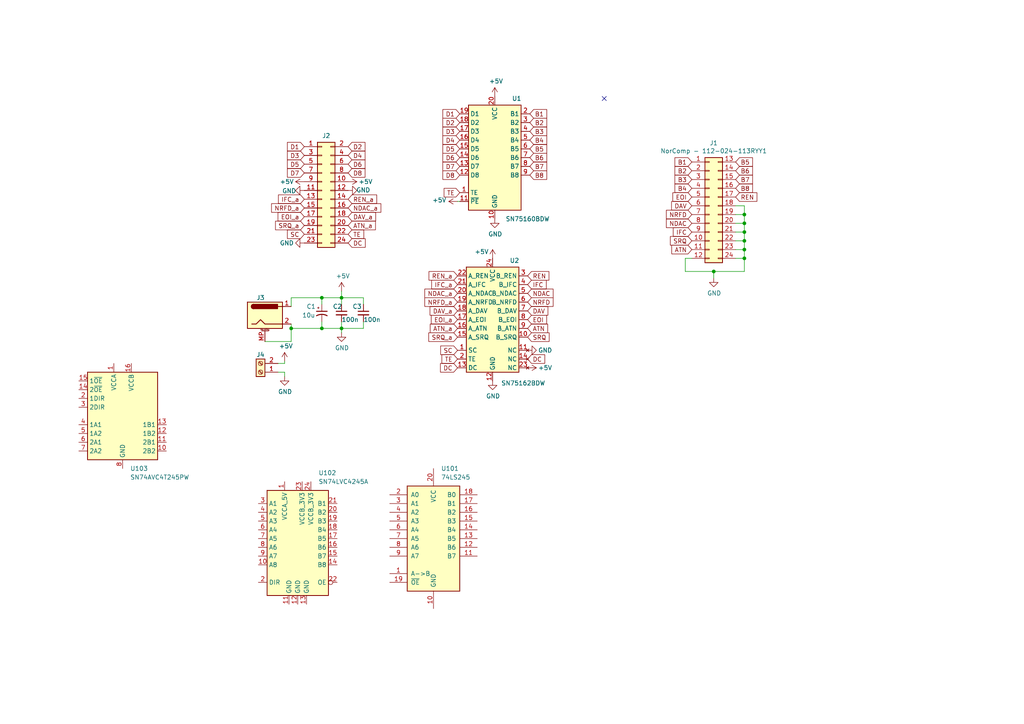
<source format=kicad_sch>
(kicad_sch (version 20230121) (generator eeschema)
  (paper "A4")
  (lib_symbols
    (symbol "Connector:Barrel_Jack_MountingPin" (pin_names hide)
      (property "Reference" "J" (at 0 5.334 0))
      (property "Value" "Barrel_Jack_MountingPin" (at 1.27 -6.35 0))
      (symbol "Barrel_Jack_MountingPin_0_1"
        (rectangle (start -5.08 3.81) (end 5.08 -3.81) (stroke (width 0.254)) (fill (type background)))
        (arc (start -3.302 3.175) (mid -3.9343 2.54) (end -3.302 1.905) (stroke (width 0.254)))
        (arc (start -3.302 3.175) (mid -3.9343 2.54) (end -3.302 1.905) (stroke (width 0.254)) (fill (type outline)))
        (polyline (pts (xy 5.08 2.54) (xy 3.81 2.54)) (stroke (width 0.254)))
        (polyline (pts (xy -3.81 -2.54) (xy -2.54 -2.54) (xy -1.27 -1.27) (xy 0 -2.54) (xy 2.54 -2.54) (xy 5.08 -2.54)) (stroke (width 0.254)))
        (rectangle (start 3.683 3.175) (end -3.302 1.905) (stroke (width 0.254)) (fill (type outline)))
      )
      (symbol "Barrel_Jack_MountingPin_1_1"
        (polyline (pts (xy -1.016 -4.572) (xy 1.016 -4.572)) (stroke (width 0.1524)))
        (text "Mounting" (at 0 -4.191 0) (effects (font (size 0.381 0.381))))
        (pin passive line (at 7.62 2.54 180) (length 2.54) (name "~") (number "1"))
        (pin passive line (at 7.62 -2.54 180) (length 2.54) (name "~") (number "2"))
        (pin passive line (at 0 -7.62 90) (length 3.048) (name "MountPin") (number "MP"))
      )
    )
    (symbol "Connector:Screw_Terminal_01x02" (pin_names (offset 1.016) hide)
      (property "Reference" "J" (at 0 2.54 0))
      (property "Value" "Screw_Terminal_01x02" (at 0 -5.08 0))
      (symbol "Screw_Terminal_01x02_1_1"
        (rectangle (start -1.27 1.27) (end 1.27 -3.81) (stroke (width 0.254)) (fill (type background)))
        (circle (center 0 -2.54) (radius 0.635) (stroke (width 0.1524)))
        (polyline (pts (xy -0.5334 -2.2098) (xy 0.3302 -3.048)) (stroke (width 0.1524)))
        (polyline (pts (xy -0.5334 0.3302) (xy 0.3302 -0.508)) (stroke (width 0.1524)))
        (polyline (pts (xy -0.3556 -2.032) (xy 0.508 -2.8702)) (stroke (width 0.1524)))
        (polyline (pts (xy -0.3556 0.508) (xy 0.508 -0.3302)) (stroke (width 0.1524)))
        (circle (center 0 0) (radius 0.635) (stroke (width 0.1524)))
        (pin passive line (at -5.08 0 0) (length 3.81) (name "Pin_1") (number "1"))
        (pin passive line (at -5.08 -2.54 0) (length 3.81) (name "Pin_2") (number "2"))
      )
    )
    (symbol "Connector_Generic:Conn_02x12_Odd_Even" (pin_names (offset 1.016) hide)
      (property "Reference" "J" (at 1.27 15.24 0))
      (property "Value" "Conn_02x12_Odd_Even" (at 1.27 -17.78 0))
      (symbol "Conn_02x12_Odd_Even_1_1"
        (rectangle (start -1.27 -15.113) (end 0 -15.367) (stroke (width 0.1524)))
        (rectangle (start -1.27 -12.573) (end 0 -12.827) (stroke (width 0.1524)))
        (rectangle (start -1.27 -10.033) (end 0 -10.287) (stroke (width 0.1524)))
        (rectangle (start -1.27 -7.493) (end 0 -7.747) (stroke (width 0.1524)))
        (rectangle (start -1.27 -4.953) (end 0 -5.207) (stroke (width 0.1524)))
        (rectangle (start -1.27 -2.413) (end 0 -2.667) (stroke (width 0.1524)))
        (rectangle (start -1.27 0.127) (end 0 -0.127) (stroke (width 0.1524)))
        (rectangle (start -1.27 2.667) (end 0 2.413) (stroke (width 0.1524)))
        (rectangle (start -1.27 5.207) (end 0 4.953) (stroke (width 0.1524)))
        (rectangle (start -1.27 7.747) (end 0 7.493) (stroke (width 0.1524)))
        (rectangle (start -1.27 10.287) (end 0 10.033) (stroke (width 0.1524)))
        (rectangle (start -1.27 12.827) (end 0 12.573) (stroke (width 0.1524)))
        (rectangle (start -1.27 13.97) (end 3.81 -16.51) (stroke (width 0.254)) (fill (type background)))
        (rectangle (start 3.81 -15.113) (end 2.54 -15.367) (stroke (width 0.1524)))
        (rectangle (start 3.81 -12.573) (end 2.54 -12.827) (stroke (width 0.1524)))
        (rectangle (start 3.81 -10.033) (end 2.54 -10.287) (stroke (width 0.1524)))
        (rectangle (start 3.81 -7.493) (end 2.54 -7.747) (stroke (width 0.1524)))
        (rectangle (start 3.81 -4.953) (end 2.54 -5.207) (stroke (width 0.1524)))
        (rectangle (start 3.81 -2.413) (end 2.54 -2.667) (stroke (width 0.1524)))
        (rectangle (start 3.81 0.127) (end 2.54 -0.127) (stroke (width 0.1524)))
        (rectangle (start 3.81 2.667) (end 2.54 2.413) (stroke (width 0.1524)))
        (rectangle (start 3.81 5.207) (end 2.54 4.953) (stroke (width 0.1524)))
        (rectangle (start 3.81 7.747) (end 2.54 7.493) (stroke (width 0.1524)))
        (rectangle (start 3.81 10.287) (end 2.54 10.033) (stroke (width 0.1524)))
        (rectangle (start 3.81 12.827) (end 2.54 12.573) (stroke (width 0.1524)))
        (pin passive line (at -5.08 12.7 0) (length 3.81) (name "Pin_1") (number "1"))
        (pin passive line (at 7.62 2.54 180) (length 3.81) (name "Pin_10") (number "10"))
        (pin passive line (at -5.08 0 0) (length 3.81) (name "Pin_11") (number "11"))
        (pin passive line (at 7.62 0 180) (length 3.81) (name "Pin_12") (number "12"))
        (pin passive line (at -5.08 -2.54 0) (length 3.81) (name "Pin_13") (number "13"))
        (pin passive line (at 7.62 -2.54 180) (length 3.81) (name "Pin_14") (number "14"))
        (pin passive line (at -5.08 -5.08 0) (length 3.81) (name "Pin_15") (number "15"))
        (pin passive line (at 7.62 -5.08 180) (length 3.81) (name "Pin_16") (number "16"))
        (pin passive line (at -5.08 -7.62 0) (length 3.81) (name "Pin_17") (number "17"))
        (pin passive line (at 7.62 -7.62 180) (length 3.81) (name "Pin_18") (number "18"))
        (pin passive line (at -5.08 -10.16 0) (length 3.81) (name "Pin_19") (number "19"))
        (pin passive line (at 7.62 12.7 180) (length 3.81) (name "Pin_2") (number "2"))
        (pin passive line (at 7.62 -10.16 180) (length 3.81) (name "Pin_20") (number "20"))
        (pin passive line (at -5.08 -12.7 0) (length 3.81) (name "Pin_21") (number "21"))
        (pin passive line (at 7.62 -12.7 180) (length 3.81) (name "Pin_22") (number "22"))
        (pin passive line (at -5.08 -15.24 0) (length 3.81) (name "Pin_23") (number "23"))
        (pin passive line (at 7.62 -15.24 180) (length 3.81) (name "Pin_24") (number "24"))
        (pin passive line (at -5.08 10.16 0) (length 3.81) (name "Pin_3") (number "3"))
        (pin passive line (at 7.62 10.16 180) (length 3.81) (name "Pin_4") (number "4"))
        (pin passive line (at -5.08 7.62 0) (length 3.81) (name "Pin_5") (number "5"))
        (pin passive line (at 7.62 7.62 180) (length 3.81) (name "Pin_6") (number "6"))
        (pin passive line (at -5.08 5.08 0) (length 3.81) (name "Pin_7") (number "7"))
        (pin passive line (at 7.62 5.08 180) (length 3.81) (name "Pin_8") (number "8"))
        (pin passive line (at -5.08 2.54 0) (length 3.81) (name "Pin_9") (number "9"))
      )
    )
    (symbol "Connector_Generic:Conn_02x12_Top_Bottom" (pin_names (offset 1.016) hide)
      (property "Reference" "J" (at 1.27 15.24 0))
      (property "Value" "Conn_02x12_Top_Bottom" (at 1.27 -17.78 0))
      (symbol "Conn_02x12_Top_Bottom_1_1"
        (rectangle (start -1.27 -15.113) (end 0 -15.367) (stroke (width 0.1524)))
        (rectangle (start -1.27 -12.573) (end 0 -12.827) (stroke (width 0.1524)))
        (rectangle (start -1.27 -10.033) (end 0 -10.287) (stroke (width 0.1524)))
        (rectangle (start -1.27 -7.493) (end 0 -7.747) (stroke (width 0.1524)))
        (rectangle (start -1.27 -4.953) (end 0 -5.207) (stroke (width 0.1524)))
        (rectangle (start -1.27 -2.413) (end 0 -2.667) (stroke (width 0.1524)))
        (rectangle (start -1.27 0.127) (end 0 -0.127) (stroke (width 0.1524)))
        (rectangle (start -1.27 2.667) (end 0 2.413) (stroke (width 0.1524)))
        (rectangle (start -1.27 5.207) (end 0 4.953) (stroke (width 0.1524)))
        (rectangle (start -1.27 7.747) (end 0 7.493) (stroke (width 0.1524)))
        (rectangle (start -1.27 10.287) (end 0 10.033) (stroke (width 0.1524)))
        (rectangle (start -1.27 12.827) (end 0 12.573) (stroke (width 0.1524)))
        (rectangle (start -1.27 13.97) (end 3.81 -16.51) (stroke (width 0.254)) (fill (type background)))
        (rectangle (start 3.81 -15.113) (end 2.54 -15.367) (stroke (width 0.1524)))
        (rectangle (start 3.81 -12.573) (end 2.54 -12.827) (stroke (width 0.1524)))
        (rectangle (start 3.81 -10.033) (end 2.54 -10.287) (stroke (width 0.1524)))
        (rectangle (start 3.81 -7.493) (end 2.54 -7.747) (stroke (width 0.1524)))
        (rectangle (start 3.81 -4.953) (end 2.54 -5.207) (stroke (width 0.1524)))
        (rectangle (start 3.81 -2.413) (end 2.54 -2.667) (stroke (width 0.1524)))
        (rectangle (start 3.81 0.127) (end 2.54 -0.127) (stroke (width 0.1524)))
        (rectangle (start 3.81 2.667) (end 2.54 2.413) (stroke (width 0.1524)))
        (rectangle (start 3.81 5.207) (end 2.54 4.953) (stroke (width 0.1524)))
        (rectangle (start 3.81 7.747) (end 2.54 7.493) (stroke (width 0.1524)))
        (rectangle (start 3.81 10.287) (end 2.54 10.033) (stroke (width 0.1524)))
        (rectangle (start 3.81 12.827) (end 2.54 12.573) (stroke (width 0.1524)))
        (pin passive line (at -5.08 12.7 0) (length 3.81) (name "Pin_1") (number "1"))
        (pin passive line (at -5.08 -10.16 0) (length 3.81) (name "Pin_10") (number "10"))
        (pin passive line (at -5.08 -12.7 0) (length 3.81) (name "Pin_11") (number "11"))
        (pin passive line (at -5.08 -15.24 0) (length 3.81) (name "Pin_12") (number "12"))
        (pin passive line (at 7.62 12.7 180) (length 3.81) (name "Pin_13") (number "13"))
        (pin passive line (at 7.62 10.16 180) (length 3.81) (name "Pin_14") (number "14"))
        (pin passive line (at 7.62 7.62 180) (length 3.81) (name "Pin_15") (number "15"))
        (pin passive line (at 7.62 5.08 180) (length 3.81) (name "Pin_16") (number "16"))
        (pin passive line (at 7.62 2.54 180) (length 3.81) (name "Pin_17") (number "17"))
        (pin passive line (at 7.62 0 180) (length 3.81) (name "Pin_18") (number "18"))
        (pin passive line (at 7.62 -2.54 180) (length 3.81) (name "Pin_19") (number "19"))
        (pin passive line (at -5.08 10.16 0) (length 3.81) (name "Pin_2") (number "2"))
        (pin passive line (at 7.62 -5.08 180) (length 3.81) (name "Pin_20") (number "20"))
        (pin passive line (at 7.62 -7.62 180) (length 3.81) (name "Pin_21") (number "21"))
        (pin passive line (at 7.62 -10.16 180) (length 3.81) (name "Pin_22") (number "22"))
        (pin passive line (at 7.62 -12.7 180) (length 3.81) (name "Pin_23") (number "23"))
        (pin passive line (at 7.62 -15.24 180) (length 3.81) (name "Pin_24") (number "24"))
        (pin passive line (at -5.08 7.62 0) (length 3.81) (name "Pin_3") (number "3"))
        (pin passive line (at -5.08 5.08 0) (length 3.81) (name "Pin_4") (number "4"))
        (pin passive line (at -5.08 2.54 0) (length 3.81) (name "Pin_5") (number "5"))
        (pin passive line (at -5.08 0 0) (length 3.81) (name "Pin_6") (number "6"))
        (pin passive line (at -5.08 -2.54 0) (length 3.81) (name "Pin_7") (number "7"))
        (pin passive line (at -5.08 -5.08 0) (length 3.81) (name "Pin_8") (number "8"))
        (pin passive line (at -5.08 -7.62 0) (length 3.81) (name "Pin_9") (number "9"))
      )
    )
    (symbol "Device:CP1_Small" (pin_numbers hide) (pin_names (offset 0.254) hide)
      (property "Reference" "C" (at 0.254 1.778 0))
      (property "Value" "Device_CP1_Small" (at 0.254 -2.032 0))
      (symbol "CP1_Small_0_1"
        (polyline (pts (xy -1.524 0.508) (xy 1.524 0.508)) (stroke (width 0.3048)))
        (polyline (pts (xy -1.27 1.524) (xy -0.762 1.524)))
        (polyline (pts (xy -1.016 1.27) (xy -1.016 1.778)))
        (arc (start 1.524 -0.762) (mid 0 -0.3734) (end -1.524 -0.762) (stroke (width 0.3048)))
      )
      (symbol "CP1_Small_1_1"
        (pin passive line (at 0 2.54 270) (length 2.032) (name "~") (number "1"))
        (pin passive line (at 0 -2.54 90) (length 2.032) (name "~") (number "2"))
      )
    )
    (symbol "Device:C_Small" (pin_numbers hide) (pin_names (offset 0.254) hide)
      (property "Reference" "C" (at 0.254 1.778 0))
      (property "Value" "C_Small" (at 0.254 -2.032 0))
      (symbol "C_Small_0_1"
        (polyline (pts (xy -1.524 -0.508) (xy 1.524 -0.508)) (stroke (width 0.3302)))
        (polyline (pts (xy -1.524 0.508) (xy 1.524 0.508)) (stroke (width 0.3048)))
      )
      (symbol "C_Small_1_1"
        (pin passive line (at 0 2.54 270) (length 2.032) (name "~") (number "1"))
        (pin passive line (at 0 -2.54 90) (length 2.032) (name "~") (number "2"))
      )
    )
    (symbol "Interface:SN75160BDW"
      (property "Reference" "U" (at -3.81 19.05 0))
      (property "Value" "SN75160BDW" (at -8.89 16.51 0))
      (symbol "SN75160BDW_0_1"
        (rectangle (start -7.62 15.24) (end 7.62 -15.24) (stroke (width 0.254)) (fill (type background)))
      )
      (symbol "SN75160BDW_1_1"
        (pin input line (at -10.16 -10.16 0) (length 2.54) (name "TE") (number "1"))
        (pin power_in line (at 0 -17.78 90) (length 2.54) (name "GND") (number "10"))
        (pin input line (at -10.16 -12.7 0) (length 2.54) (name "~{PE}") (number "11"))
        (pin bidirectional line (at -10.16 -5.08 0) (length 2.54) (name "D8") (number "12"))
        (pin bidirectional line (at -10.16 -2.54 0) (length 2.54) (name "D7") (number "13"))
        (pin bidirectional line (at -10.16 0 0) (length 2.54) (name "D6") (number "14"))
        (pin bidirectional line (at -10.16 2.54 0) (length 2.54) (name "D5") (number "15"))
        (pin bidirectional line (at -10.16 5.08 0) (length 2.54) (name "D4") (number "16"))
        (pin bidirectional line (at -10.16 7.62 0) (length 2.54) (name "D3") (number "17"))
        (pin bidirectional line (at -10.16 10.16 0) (length 2.54) (name "D2") (number "18"))
        (pin bidirectional line (at -10.16 12.7 0) (length 2.54) (name "D1") (number "19"))
        (pin bidirectional line (at 10.16 12.7 180) (length 2.54) (name "B1") (number "2"))
        (pin power_in line (at 0 17.78 270) (length 2.54) (name "VCC") (number "20"))
        (pin bidirectional line (at 10.16 10.16 180) (length 2.54) (name "B2") (number "3"))
        (pin bidirectional line (at 10.16 7.62 180) (length 2.54) (name "B3") (number "4"))
        (pin bidirectional line (at 10.16 5.08 180) (length 2.54) (name "B4") (number "5"))
        (pin bidirectional line (at 10.16 2.54 180) (length 2.54) (name "B5") (number "6"))
        (pin bidirectional line (at 10.16 0 180) (length 2.54) (name "B6") (number "7"))
        (pin bidirectional line (at 10.16 -2.54 180) (length 2.54) (name "B7") (number "8"))
        (pin bidirectional line (at 10.16 -5.08 180) (length 2.54) (name "B8") (number "9"))
      )
    )
    (symbol "Logic_LevelTranslator:SN74AVC4T245PW"
      (property "Reference" "U" (at -8.89 13.97 0))
      (property "Value" "SN74AVC4T245PW" (at 12.7 13.97 0))
      (symbol "SN74AVC4T245PW_0_1"
        (rectangle (start -10.16 12.7) (end 10.16 -12.7) (stroke (width 0.254)) (fill (type background)))
      )
      (symbol "SN74AVC4T245PW_1_1"
        (pin power_in line (at -2.54 15.24 270) (length 2.54) (name "VCCA") (number "1"))
        (pin bidirectional line (at 12.7 -10.16 180) (length 2.54) (name "2B2") (number "10"))
        (pin bidirectional line (at 12.7 -7.62 180) (length 2.54) (name "2B1") (number "11"))
        (pin bidirectional line (at 12.7 -5.08 180) (length 2.54) (name "1B2") (number "12"))
        (pin bidirectional line (at 12.7 -2.54 180) (length 2.54) (name "1B1") (number "13"))
        (pin input line (at -12.7 7.62 0) (length 2.54) (name "2~{OE}") (number "14"))
        (pin input line (at -12.7 10.16 0) (length 2.54) (name "1~{OE}") (number "15"))
        (pin power_in line (at 2.54 15.24 270) (length 2.54) (name "VCCB") (number "16"))
        (pin input line (at -12.7 5.08 0) (length 2.54) (name "1DIR") (number "2"))
        (pin input line (at -12.7 2.54 0) (length 2.54) (name "2DIR") (number "3"))
        (pin bidirectional line (at -12.7 -2.54 0) (length 2.54) (name "1A1") (number "4"))
        (pin bidirectional line (at -12.7 -5.08 0) (length 2.54) (name "1A2") (number "5"))
        (pin bidirectional line (at -12.7 -7.62 0) (length 2.54) (name "2A1") (number "6"))
        (pin bidirectional line (at -12.7 -10.16 0) (length 2.54) (name "2A2") (number "7"))
        (pin power_in line (at 0 -15.24 90) (length 2.54) (name "GND") (number "8"))
        (pin passive line (at 0 -15.24 90) (length 2.54) hide (name "GND") (number "9"))
      )
    )
    (symbol "Logic_LevelTranslator_custom:SN74LVC245A" (pin_names (offset 1.016))
      (property "Reference" "U" (at -7.62 16.51 0))
      (property "Value" "74LS245" (at -7.62 -16.51 0))
      (symbol "SN74LVC245A_1_0"
        (pin input line (at -12.7 -10.16 0) (length 5.08) (name "A->B") (number "1"))
        (pin power_in line (at 0 -20.32 90) (length 5.08) (name "GND") (number "10"))
        (pin tri_state line (at 12.7 -5.08 180) (length 5.08) (name "B7") (number "11"))
        (pin tri_state line (at 12.7 -2.54 180) (length 5.08) (name "B6") (number "12"))
        (pin tri_state line (at 12.7 0 180) (length 5.08) (name "B5") (number "13"))
        (pin tri_state line (at 12.7 2.54 180) (length 5.08) (name "B4") (number "14"))
        (pin tri_state line (at 12.7 5.08 180) (length 5.08) (name "B3") (number "15"))
        (pin tri_state line (at 12.7 7.62 180) (length 5.08) (name "B2") (number "16"))
        (pin tri_state line (at 12.7 10.16 180) (length 5.08) (name "B1") (number "17"))
        (pin tri_state line (at 12.7 12.7 180) (length 5.08) (name "B0") (number "18"))
        (pin input line (at -12.7 -12.7 0) (length 5.08) (name "~{OE}") (number "19"))
        (pin tri_state line (at -12.7 12.7 0) (length 5.08) (name "A0") (number "2"))
        (pin power_in line (at 0 20.32 270) (length 5.08) (name "VCC") (number "20"))
        (pin tri_state line (at -12.7 10.16 0) (length 5.08) (name "A1") (number "3"))
        (pin tri_state line (at -12.7 7.62 0) (length 5.08) (name "A2") (number "4"))
        (pin tri_state line (at -12.7 5.08 0) (length 5.08) (name "A3") (number "5"))
        (pin tri_state line (at -12.7 2.54 0) (length 5.08) (name "A4") (number "6"))
        (pin tri_state line (at -12.7 0 0) (length 5.08) (name "A5") (number "7"))
        (pin tri_state line (at -12.7 -2.54 0) (length 5.08) (name "A6") (number "8"))
        (pin tri_state line (at -12.7 -5.08 0) (length 5.08) (name "A7") (number "9"))
      )
      (symbol "SN74LVC245A_1_1"
        (rectangle (start -7.62 15.24) (end 7.62 -15.24) (stroke (width 0.254)) (fill (type background)))
      )
    )
    (symbol "Logic_LevelTranslator_custom:SN74LVC4245A"
      (property "Reference" "U" (at -8.89 17.78 0))
      (property "Value" "SN74LVC4245A" (at 6.35 17.78 0))
      (symbol "SN74LVC4245A_0_1"
        (rectangle (start -8.89 15.24) (end 8.89 -15.24) (stroke (width 0.254)) (fill (type background)))
      )
      (symbol "SN74LVC4245A_1_1"
        (pin power_in line (at -3.81 17.78 270) (length 2.54) (name "VCCA_5V") (number "1"))
        (pin bidirectional line (at -11.43 -6.35 0) (length 2.54) (name "A8") (number "10"))
        (pin power_in line (at -2.54 -17.78 90) (length 2.54) (name "GND") (number "11"))
        (pin power_in line (at 0 -17.78 90) (length 2.54) (name "GND") (number "12"))
        (pin power_in line (at 2.54 -17.78 90) (length 2.54) (name "GND") (number "13"))
        (pin bidirectional line (at 11.43 -6.35 180) (length 2.54) (name "B8") (number "14"))
        (pin bidirectional line (at 11.43 -3.81 180) (length 2.54) (name "B7") (number "15"))
        (pin bidirectional line (at 11.43 -1.27 180) (length 2.54) (name "B6") (number "16"))
        (pin bidirectional line (at 11.43 1.27 180) (length 2.54) (name "B5") (number "17"))
        (pin bidirectional line (at 11.43 3.81 180) (length 2.54) (name "B4") (number "18"))
        (pin bidirectional line (at 11.43 6.35 180) (length 2.54) (name "B3") (number "19"))
        (pin input line (at -11.43 -11.43 0) (length 2.54) (name "DIR") (number "2"))
        (pin bidirectional line (at 11.43 8.89 180) (length 2.54) (name "B2") (number "20"))
        (pin bidirectional line (at 11.43 11.43 180) (length 2.54) (name "B1") (number "21"))
        (pin input inverted (at 11.43 -11.43 180) (length 2.54) (name "OE") (number "22"))
        (pin power_in line (at 1.27 17.78 270) (length 2.54) (name "VCCB_3V3") (number "23"))
        (pin power_in line (at 3.81 17.78 270) (length 2.54) (name "VCCB_3V3") (number "24"))
        (pin bidirectional line (at -11.43 11.43 0) (length 2.54) (name "A1") (number "3"))
        (pin bidirectional line (at -11.43 8.89 0) (length 2.54) (name "A2") (number "4"))
        (pin bidirectional line (at -11.43 6.35 0) (length 2.54) (name "A3") (number "5"))
        (pin bidirectional line (at -11.43 3.81 0) (length 2.54) (name "A4") (number "6"))
        (pin bidirectional line (at -11.43 1.27 0) (length 2.54) (name "A5") (number "7"))
        (pin bidirectional line (at -11.43 -1.27 0) (length 2.54) (name "A6") (number "8"))
        (pin bidirectional line (at -11.43 -3.81 0) (length 2.54) (name "A7") (number "9"))
      )
    )
    (symbol "misc:SN75162BDW"
      (property "Reference" "U" (at -3.81 19.05 0))
      (property "Value" "misc_SN75162BDW" (at -8.89 16.51 0))
      (symbol "SN75162BDW_0_0"
        (pin bidirectional line (at -10.16 7.62 0) (length 2.54) (name "A_NDAC") (number "20"))
        (pin bidirectional line (at -10.16 10.16 0) (length 2.54) (name "A_IFC") (number "21"))
        (pin bidirectional line (at -10.16 12.7 0) (length 2.54) (name "A_REN") (number "22"))
        (pin no_connect line (at 10.16 -13.97 180) (length 2.54) (name "NC") (number "23"))
      )
      (symbol "SN75162BDW_0_1"
        (rectangle (start -7.62 15.24) (end 7.62 -15.24) (stroke (width 0.254)) (fill (type background)))
      )
      (symbol "SN75162BDW_1_1"
        (pin input line (at -10.16 -8.89 0) (length 2.54) (name "SC") (number "1"))
        (pin bidirectional line (at 10.16 -5.08 180) (length 2.54) (name "B_SRQ") (number "10"))
        (pin no_connect line (at 10.16 -8.89 180) (length 2.54) (name "NC") (number "11"))
        (pin power_in line (at 0 -17.78 90) (length 2.54) (name "GND") (number "12"))
        (pin input line (at -10.16 -13.97 0) (length 2.54) (name "DC") (number "13"))
        (pin no_connect line (at 10.16 -11.43 180) (length 2.54) (name "NC") (number "14"))
        (pin bidirectional line (at -10.16 -5.08 0) (length 2.54) (name "A_SRQ") (number "15"))
        (pin bidirectional line (at -10.16 -2.54 0) (length 2.54) (name "A_ATN") (number "16"))
        (pin bidirectional line (at -10.16 0 0) (length 2.54) (name "A_EOI") (number "17"))
        (pin bidirectional line (at -10.16 2.54 0) (length 2.54) (name "A_DAV") (number "18"))
        (pin bidirectional line (at -10.16 5.08 0) (length 2.54) (name "A_NRFD") (number "19"))
        (pin input line (at -10.16 -11.43 0) (length 2.54) (name "TE") (number "2"))
        (pin power_in line (at 0 17.78 270) (length 2.54) (name "VCC") (number "24"))
        (pin bidirectional line (at 10.16 12.7 180) (length 2.54) (name "B_REN") (number "3"))
        (pin bidirectional line (at 10.16 10.16 180) (length 2.54) (name "B_IFC") (number "4"))
        (pin bidirectional line (at 10.16 7.62 180) (length 2.54) (name "B_NDAC") (number "5"))
        (pin bidirectional line (at 10.16 5.08 180) (length 2.54) (name "B_NRFD") (number "6"))
        (pin bidirectional line (at 10.16 2.54 180) (length 2.54) (name "B_DAV") (number "7"))
        (pin bidirectional line (at 10.16 0 180) (length 2.54) (name "B_EOI") (number "8"))
        (pin bidirectional line (at 10.16 -2.54 180) (length 2.54) (name "B_ATN") (number "9"))
      )
    )
    (symbol "power:+5V" (power) (pin_names (offset 0))
      (property "Value" "+5V" (at 0 3.556 0))
      (symbol "+5V_0_1"
        (polyline (pts (xy -0.762 1.27) (xy 0 2.54)))
        (polyline (pts (xy 0 0) (xy 0 2.54)))
        (polyline (pts (xy 0 2.54) (xy 0.762 1.27)))
      )
      (symbol "+5V_1_1"
        (pin power_in line (at 0 0 90) (length 0) hide (name "+5V") (number "1"))
      )
    )
    (symbol "power:GND" (power) (pin_names (offset 0))
      (property "Value" "GND" (at 0 -3.81 0))
      (symbol "GND_0_1"
        (polyline (pts (xy 0 0) (xy 0 -1.27) (xy 1.27 -1.27) (xy 0 -2.54) (xy -1.27 -1.27) (xy 0 -1.27)))
      )
      (symbol "GND_1_1"
        (pin power_in line (at 0 0 270) (length 0) hide (name "GND") (number "1"))
      )
    )
  )
  (junction (at 215.9 72.39))
  (junction (at 99.06 95.25))
  (junction (at 93.345 95.25))
  (junction (at 215.9 64.77))
  (junction (at 207.01 78.74))
  (junction (at 215.9 74.93))
  (junction (at 215.9 62.23))
  (junction (at 99.06 86.36))
  (junction (at 215.9 67.31))
  (junction (at 93.345 86.36))
  (junction (at 84.455 95.25))
  (junction (at 215.9 69.85))
  (no_connect (at 175.26 28.575))
  (wire (pts (xy 200.66 74.93) (xy 198.755 74.93)))
  (wire (pts (xy 213.36 67.31) (xy 215.9 67.31)))
  (wire (pts (xy 213.36 62.23) (xy 215.9 62.23)))
  (wire (pts (xy 215.9 78.74) (xy 215.9 74.93)))
  (wire (pts (xy 213.36 72.39) (xy 215.9 72.39)))
  (wire (pts (xy 84.455 88.9) (xy 84.455 86.36)))
  (wire (pts (xy 84.455 93.98) (xy 84.455 95.25)))
  (wire (pts (xy 99.06 86.36) (xy 105.41 86.36)))
  (wire (pts (xy 213.36 74.93) (xy 215.9 74.93)))
  (wire (pts (xy 84.455 95.25) (xy 93.345 95.25)))
  (wire (pts (xy 84.455 86.36) (xy 93.345 86.36)))
  (wire (pts (xy 215.9 74.93) (xy 215.9 72.39)))
  (wire (pts (xy 80.645 105.41) (xy 82.55 105.41)))
  (wire (pts (xy 213.36 69.85) (xy 215.9 69.85)))
  (wire (pts (xy 99.06 88.265) (xy 99.06 86.36)))
  (wire (pts (xy 84.455 99.06) (xy 84.455 95.25)))
  (wire (pts (xy 207.01 78.74) (xy 215.9 78.74)))
  (wire (pts (xy 93.345 95.25) (xy 99.06 95.25)))
  (wire (pts (xy 93.345 93.345) (xy 93.345 95.25)))
  (wire (pts (xy 198.755 74.93) (xy 198.755 78.74)))
  (wire (pts (xy 215.9 62.23) (xy 215.9 59.69)))
  (wire (pts (xy 213.36 64.77) (xy 215.9 64.77)))
  (wire (pts (xy 207.01 78.74) (xy 207.01 80.645)))
  (wire (pts (xy 215.9 59.69) (xy 213.36 59.69)))
  (wire (pts (xy 215.9 64.77) (xy 215.9 62.23)))
  (wire (pts (xy 76.835 99.06) (xy 84.455 99.06)))
  (wire (pts (xy 99.06 95.25) (xy 99.06 96.52)))
  (wire (pts (xy 198.755 78.74) (xy 207.01 78.74)))
  (wire (pts (xy 215.9 72.39) (xy 215.9 69.85)))
  (wire (pts (xy 132.715 58.42) (xy 133.35 58.42)))
  (wire (pts (xy 105.41 86.36) (xy 105.41 88.265)))
  (wire (pts (xy 215.9 69.85) (xy 215.9 67.31)))
  (wire (pts (xy 80.645 107.95) (xy 82.55 107.95)))
  (wire (pts (xy 82.55 105.41) (xy 82.55 104.775)))
  (wire (pts (xy 99.06 93.345) (xy 99.06 95.25)))
  (wire (pts (xy 82.55 107.95) (xy 82.55 109.22)))
  (wire (pts (xy 215.9 67.31) (xy 215.9 64.77)))
  (wire (pts (xy 99.06 95.25) (xy 105.41 95.25)))
  (wire (pts (xy 99.06 86.36) (xy 99.06 84.455)))
  (wire (pts (xy 93.345 86.36) (xy 99.06 86.36)))
  (wire (pts (xy 93.345 88.265) (xy 93.345 86.36)))
  (wire (pts (xy 105.41 95.25) (xy 105.41 93.345)))
  (global_label "B5" (shape input) (at 153.67 43.18 0) (property "Intersheetrefs" "${INTERSHEET_REFS}" (effects hide)))
  (global_label "D4" (shape input) (at 133.35 40.64 180) (property "Intersheetrefs" "${INTERSHEET_REFS}" (effects hide)))
  (global_label "EOI_a" (shape input) (at 132.715 92.71 180) (property "Intersheetrefs" "${INTERSHEET_REFS}" (effects hide)))
  (global_label "B8" (shape input) (at 153.67 50.8 0) (property "Intersheetrefs" "${INTERSHEET_REFS}" (effects hide)))
  (global_label "ATN_a" (shape input) (at 100.965 65.405 0) (property "Intersheetrefs" "${INTERSHEET_REFS}" (effects hide)))
  (global_label "D3" (shape input) (at 133.35 38.1 180) (property "Intersheetrefs" "${INTERSHEET_REFS}" (effects hide)))
  (global_label "NRFD" (shape input) (at 200.66 62.23 180) (property "Intersheetrefs" "${INTERSHEET_REFS}" (effects hide)))
  (global_label "DC" (shape input) (at 100.965 70.485 0) (property "Intersheetrefs" "${INTERSHEET_REFS}" (effects hide)))
  (global_label "REN" (shape input) (at 153.035 80.01 0) (property "Intersheetrefs" "${INTERSHEET_REFS}" (effects hide)))
  (global_label "B7" (shape input) (at 213.36 52.07 0) (property "Intersheetrefs" "${INTERSHEET_REFS}" (effects hide)))
  (global_label "D4" (shape input) (at 100.965 45.085 0) (property "Intersheetrefs" "${INTERSHEET_REFS}" (effects hide)))
  (global_label "B3" (shape input) (at 200.66 52.07 180) (property "Intersheetrefs" "${INTERSHEET_REFS}" (effects hide)))
  (global_label "D7" (shape input) (at 88.265 50.165 180) (property "Intersheetrefs" "${INTERSHEET_REFS}" (effects hide)))
  (global_label "B1" (shape input) (at 153.67 33.02 0) (property "Intersheetrefs" "${INTERSHEET_REFS}" (effects hide)))
  (global_label "D2" (shape input) (at 100.965 42.545 0) (property "Intersheetrefs" "${INTERSHEET_REFS}" (effects hide)))
  (global_label "B6" (shape input) (at 153.67 45.72 0) (property "Intersheetrefs" "${INTERSHEET_REFS}" (effects hide)))
  (global_label "DAV" (shape input) (at 200.66 59.69 180) (property "Intersheetrefs" "${INTERSHEET_REFS}" (effects hide)))
  (global_label "B6" (shape input) (at 213.36 49.53 0) (property "Intersheetrefs" "${INTERSHEET_REFS}" (effects hide)))
  (global_label "REN" (shape input) (at 213.36 57.15 0) (property "Intersheetrefs" "${INTERSHEET_REFS}" (effects hide)))
  (global_label "IFC_a" (shape input) (at 132.715 82.55 180) (property "Intersheetrefs" "${INTERSHEET_REFS}" (effects hide)))
  (global_label "EOI" (shape input) (at 153.035 92.71 0) (property "Intersheetrefs" "${INTERSHEET_REFS}" (effects hide)))
  (global_label "ATN_a" (shape input) (at 132.715 95.25 180) (property "Intersheetrefs" "${INTERSHEET_REFS}" (effects hide)))
  (global_label "IFC_a" (shape input) (at 88.265 57.785 180) (property "Intersheetrefs" "${INTERSHEET_REFS}" (effects hide)))
  (global_label "NDAC" (shape input) (at 153.035 85.09 0) (property "Intersheetrefs" "${INTERSHEET_REFS}" (effects hide)))
  (global_label "ATN" (shape input) (at 153.035 95.25 0) (property "Intersheetrefs" "${INTERSHEET_REFS}" (effects hide)))
  (global_label "EOI_a" (shape input) (at 88.265 62.865 180) (property "Intersheetrefs" "${INTERSHEET_REFS}" (effects hide)))
  (global_label "SRQ_a" (shape input) (at 132.715 97.79 180) (property "Intersheetrefs" "${INTERSHEET_REFS}" (effects hide)))
  (global_label "NDAC_a" (shape input) (at 132.715 85.09 180) (property "Intersheetrefs" "${INTERSHEET_REFS}" (effects hide)))
  (global_label "B4" (shape input) (at 200.66 54.61 180) (property "Intersheetrefs" "${INTERSHEET_REFS}" (effects hide)))
  (global_label "NDAC" (shape input) (at 200.66 64.77 180) (property "Intersheetrefs" "${INTERSHEET_REFS}" (effects hide)))
  (global_label "D5" (shape input) (at 133.35 43.18 180) (property "Intersheetrefs" "${INTERSHEET_REFS}" (effects hide)))
  (global_label "B4" (shape input) (at 153.67 40.64 0) (property "Intersheetrefs" "${INTERSHEET_REFS}" (effects hide)))
  (global_label "NDAC_a" (shape input) (at 100.965 60.325 0) (property "Intersheetrefs" "${INTERSHEET_REFS}" (effects hide)))
  (global_label "REN_a" (shape input) (at 100.965 57.785 0) (property "Intersheetrefs" "${INTERSHEET_REFS}" (effects hide)))
  (global_label "NRFD" (shape input) (at 153.035 87.63 0) (property "Intersheetrefs" "${INTERSHEET_REFS}" (effects hide)))
  (global_label "D1" (shape input) (at 88.265 42.545 180) (property "Intersheetrefs" "${INTERSHEET_REFS}" (effects hide)))
  (global_label "IFC" (shape input) (at 200.66 67.31 180) (property "Intersheetrefs" "${INTERSHEET_REFS}" (effects hide)))
  (global_label "SRQ" (shape input) (at 153.035 97.79 0) (property "Intersheetrefs" "${INTERSHEET_REFS}" (effects hide)))
  (global_label "SC" (shape input) (at 88.265 67.945 180) (property "Intersheetrefs" "${INTERSHEET_REFS}" (effects hide)))
  (global_label "SRQ" (shape input) (at 200.66 69.85 180) (property "Intersheetrefs" "${INTERSHEET_REFS}" (effects hide)))
  (global_label "IFC" (shape input) (at 153.035 82.55 0) (property "Intersheetrefs" "${INTERSHEET_REFS}" (effects hide)))
  (global_label "D3" (shape input) (at 88.265 45.085 180) (property "Intersheetrefs" "${INTERSHEET_REFS}" (effects hide)))
  (global_label "B3" (shape input) (at 153.67 38.1 0) (property "Intersheetrefs" "${INTERSHEET_REFS}" (effects hide)))
  (global_label "B2" (shape input) (at 200.66 49.53 180) (property "Intersheetrefs" "${INTERSHEET_REFS}" (effects hide)))
  (global_label "SRQ_a" (shape input) (at 88.265 65.405 180) (property "Intersheetrefs" "${INTERSHEET_REFS}" (effects hide)))
  (global_label "TE" (shape input) (at 133.35 55.88 180) (property "Intersheetrefs" "${INTERSHEET_REFS}" (effects hide)))
  (global_label "D5" (shape input) (at 88.265 47.625 180) (property "Intersheetrefs" "${INTERSHEET_REFS}" (effects hide)))
  (global_label "D2" (shape input) (at 133.35 35.56 180) (property "Intersheetrefs" "${INTERSHEET_REFS}" (effects hide)))
  (global_label "D6" (shape input) (at 133.35 45.72 180) (property "Intersheetrefs" "${INTERSHEET_REFS}" (effects hide)))
  (global_label "D7" (shape input) (at 133.35 48.26 180) (property "Intersheetrefs" "${INTERSHEET_REFS}" (effects hide)))
  (global_label "NRFD_a" (shape input) (at 88.265 60.325 180) (property "Intersheetrefs" "${INTERSHEET_REFS}" (effects hide)))
  (global_label "B2" (shape input) (at 153.67 35.56 0) (property "Intersheetrefs" "${INTERSHEET_REFS}" (effects hide)))
  (global_label "ATN" (shape input) (at 200.66 72.39 180) (property "Intersheetrefs" "${INTERSHEET_REFS}" (effects hide)))
  (global_label "DAV" (shape input) (at 153.035 90.17 0) (property "Intersheetrefs" "${INTERSHEET_REFS}" (effects hide)))
  (global_label "SC" (shape input) (at 132.715 101.6 180) (property "Intersheetrefs" "${INTERSHEET_REFS}" (effects hide)))
  (global_label "TE" (shape input) (at 132.715 104.14 180) (property "Intersheetrefs" "${INTERSHEET_REFS}" (effects hide)))
  (global_label "DC" (shape input) (at 132.715 106.68 180) (property "Intersheetrefs" "${INTERSHEET_REFS}" (effects hide)))
  (global_label "B7" (shape input) (at 153.67 48.26 0) (property "Intersheetrefs" "${INTERSHEET_REFS}" (effects hide)))
  (global_label "REN_a" (shape input) (at 132.715 80.01 180) (property "Intersheetrefs" "${INTERSHEET_REFS}" (effects hide)))
  (global_label "NRFD_a" (shape input) (at 132.715 87.63 180) (property "Intersheetrefs" "${INTERSHEET_REFS}" (effects hide)))
  (global_label "B1" (shape input) (at 200.66 46.99 180) (property "Intersheetrefs" "${INTERSHEET_REFS}" (effects hide)))
  (global_label "DAV_a" (shape input) (at 132.715 90.17 180) (property "Intersheetrefs" "${INTERSHEET_REFS}" (effects hide)))
  (global_label "D8" (shape input) (at 100.965 50.165 0) (property "Intersheetrefs" "${INTERSHEET_REFS}" (effects hide)))
  (global_label "D6" (shape input) (at 100.965 47.625 0) (property "Intersheetrefs" "${INTERSHEET_REFS}" (effects hide)))
  (global_label "DC" (shape input) (at 153.035 104.14 0) (property "Intersheetrefs" "${INTERSHEET_REFS}" (effects hide)))
  (global_label "TE" (shape input) (at 100.965 67.945 0) (property "Intersheetrefs" "${INTERSHEET_REFS}" (effects hide)))
  (global_label "B5" (shape input) (at 213.36 46.99 0) (property "Intersheetrefs" "${INTERSHEET_REFS}" (effects hide)))
  (global_label "B8" (shape input) (at 213.36 54.61 0) (property "Intersheetrefs" "${INTERSHEET_REFS}" (effects hide)))
  (global_label "D8" (shape input) (at 133.35 50.8 180) (property "Intersheetrefs" "${INTERSHEET_REFS}" (effects hide)))
  (global_label "D1" (shape input) (at 133.35 33.02 180) (property "Intersheetrefs" "${INTERSHEET_REFS}" (effects hide)))
  (global_label "DAV_a" (shape input) (at 100.965 62.865 0) (property "Intersheetrefs" "${INTERSHEET_REFS}" (effects hide)))
  (global_label "EOI" (shape input) (at 200.66 57.15 180) (property "Intersheetrefs" "${INTERSHEET_REFS}" (effects hide)))
  (symbol (lib_id "Interface:SN75160BDW") (at 143.51 45.72 0) (unit 1)
    (property "Reference" "U1" (at 149.86 28.575 0))
    (property "Value" "SN75160BDW" (at 153.035 63.5 0))
    (property "Footprint" "Package_SO:SOIC-20W_7.5x12.8mm_P1.27mm" (effects hide))
    (property "Datasheet" "http://www.ti.com/lit/ds/symlink/sn75160b.pdf" (effects hide))
  )
  (symbol (lib_id "misc:SN75162BDW") (at 142.875 92.71 0) (unit 1)
    (property "Reference" "U2" (at 149.225 75.565 0))
    (property "Value" "SN75162BDW" (at 151.765 111.125 0))
    (property "Footprint" "Package_SO:SOIC-24W_7.5x15.4mm_P1.27mm" (effects hide))
    (property "Datasheet" "http://www.ti.com/lit/ds/symlink/sn75162b.pdf" (effects hide))
  )
  (symbol (lib_id "Connector_Generic:Conn_02x12_Top_Bottom") (at 205.74 59.69 0) (unit 1)
    (property "Reference" "J1" (at 207.01 41.4782 0))
    (property "Value" "NorComp - 112-024-113RYY1" (at 207.01 43.7896 0))
    (property "Footprint" "misc:CENTRONICS-24" (effects hide))
  )
  (symbol (lib_id "power:GND") (at 143.51 63.5 0) (unit 1)
    (property "Reference" "#PWR07" (effects hide))
    (property "Value" "GND" (at 143.637 67.8942 0))
  )
  (symbol (lib_id "power:GND") (at 142.875 110.49 0) (unit 1)
    (property "Reference" "#PWR05" (effects hide))
    (property "Value" "GND" (at 143.002 114.8842 0))
  )
  (symbol (lib_id "power:GND") (at 207.01 80.645 0) (unit 1)
    (property "Reference" "#PWR08" (effects hide))
    (property "Value" "GND" (at 207.137 85.0392 0))
  )
  (symbol (lib_id "power:+5V") (at 143.51 27.94 0) (unit 1)
    (property "Reference" "#PWR06" (effects hide))
    (property "Value" "+5V" (at 143.891 23.5458 0))
  )
  (symbol (lib_id "power:+5V") (at 142.875 74.93 0) (unit 1)
    (property "Reference" "#PWR04" (effects hide))
    (property "Value" "+5V" (at 139.7 73.025 0))
  )
  (symbol (lib_id "power:+5V") (at 132.715 58.42 90) (unit 1)
    (property "Reference" "#PWR0101" (effects hide))
    (property "Value" "+5V" (at 129.4638 58.039 90) (effects (justify left)))
  )
  (symbol (lib_id "Connector_Generic:Conn_02x12_Odd_Even") (at 93.345 55.245 0) (unit 1)
    (property "Reference" "J2" (at 94.615 39.37 0))
    (property "Value" "Conn_02x12_Odd_Even" (effects hide))
    (property "Footprint" "Connector_PinSocket_2.54mm:PinSocket_2x12_P2.54mm_Vertical" (effects hide))
  )
  (symbol (lib_id "power:GND") (at 100.965 55.245 90) (unit 1)
    (property "Reference" "#PWR010" (effects hide))
    (property "Value" "GND" (at 105.3592 55.118 90))
  )
  (symbol (lib_id "power:GND") (at 88.265 55.245 270) (unit 1)
    (property "Reference" "#PWR03" (effects hide))
    (property "Value" "GND" (at 83.8708 55.372 90))
  )
  (symbol (lib_id "power:GND") (at 153.035 101.6 90) (unit 1)
    (property "Reference" "#PWR0106" (effects hide))
    (property "Value" "GND" (at 158.115 101.6 90))
  )
  (symbol (lib_id "power:+5V") (at 100.965 52.705 270) (unit 1)
    (property "Reference" "#PWR09" (effects hide))
    (property "Value" "+5V" (at 106.045 52.705 90))
  )
  (symbol (lib_id "power:+5V") (at 153.035 106.68 270) (unit 1)
    (property "Reference" "#PWR0107" (effects hide))
    (property "Value" "+5V" (at 158.115 106.68 90))
  )
  (symbol (lib_id "power:+5V") (at 88.265 52.705 90) (unit 1)
    (property "Reference" "#PWR02" (effects hide))
    (property "Value" "+5V" (at 83.185 52.705 90))
  )
  (symbol (lib_id "power:GND") (at 88.265 70.485 270) (unit 1)
    (property "Reference" "#PWR01" (effects hide))
    (property "Value" "GND" (at 83.185 70.485 90))
  )
  (symbol (lib_id "Device:CP1_Small") (at 93.345 90.805 0) (unit 1)
    (property "Reference" "C1" (at 88.9 88.9 0) (effects (justify left)))
    (property "Value" "10u" (at 87.63 91.44 0) (effects (justify left)))
    (property "Footprint" "Capacitor_Tantalum_SMD:CP_EIA-7132-20_AVX-U" (effects hide))
  )
  (symbol (lib_id "Device:C_Small") (at 99.06 90.805 0) (unit 1)
    (property "Reference" "C2" (at 96.52 88.9 0) (effects (justify left)))
    (property "Value" "100n" (at 99.06 92.71 0) (effects (justify left)))
    (property "Footprint" "Capacitor_SMD:C_1206_3216Metric" (effects hide))
  )
  (symbol (lib_id "Device:C_Small") (at 105.41 90.805 0) (unit 1)
    (property "Reference" "C3" (at 102.235 88.9 0) (effects (justify left)))
    (property "Value" "100n" (at 105.41 92.71 0) (effects (justify left)))
    (property "Footprint" "Capacitor_SMD:C_1206_3216Metric" (effects hide))
  )
  (symbol (lib_id "power:GND") (at 99.06 96.52 0) (unit 1)
    (property "Reference" "#PWR0102" (effects hide))
    (property "Value" "GND" (at 99.187 100.9142 0))
  )
  (symbol (lib_id "power:+5V") (at 99.06 84.455 0) (unit 1)
    (property "Reference" "#PWR0103" (effects hide))
    (property "Value" "+5V" (at 99.441 80.0608 0))
  )
  (symbol (lib_id "Connector:Barrel_Jack_MountingPin") (at 76.835 91.44 0) (unit 1)
    (property "Reference" "J3" (at 75.565 86.36 0))
    (property "Value" "Barrel_Jack" (effects hide))
    (property "Footprint" "Connector_BarrelJack:BarrelJack_CUI_PJ-063AH_Horizontal" (effects hide))
  )
  (symbol (lib_id "Connector:Screw_Terminal_01x02") (at 75.565 107.95 180) (unit 1)
    (property "Reference" "J4" (at 75.565 102.87 0))
    (property "Value" "Screw_Terminal_01x02" (effects hide))
    (property "Footprint" "TerminalBlock:TerminalBlock_Altech_AK300-2_P5.00mm" (effects hide))
  )
  (symbol (lib_id "power:GND") (at 82.55 109.22 0) (unit 1)
    (property "Reference" "#PWR0104" (effects hide))
    (property "Value" "GND" (at 82.677 113.6142 0))
  )
  (symbol (lib_id "power:+5V") (at 82.55 104.775 0) (unit 1)
    (property "Reference" "#PWR0105" (effects hide))
    (property "Value" "+5V" (at 82.931 100.3808 0))
  )
  (symbol (lib_id "Logic_LevelTranslator_custom:SN74LVC245A") (at 125.73 156.21 0) (unit 1)
    (property "Reference" "U101" (at 127.9241 135.89 0) (effects (justify left)))
    (property "Value" "74LS245" (at 127.9241 138.43 0) (effects (justify left)))
    (property "Datasheet" "https://www.ti.com/lit/gpn/sn74lvc245a" (effects hide))
  )
  (symbol (lib_id "Logic_LevelTranslator:SN74AVC4T245PW") (at 35.56 120.65 0) (unit 1)
    (property "Reference" "U103" (at 37.7541 135.89 0) (effects (justify left)))
    (property "Value" "SN74AVC4T245PW" (at 37.7541 138.43 0) (effects (justify left)))
    (property "Footprint" "Package_SO:TSSOP-16_4.4x5mm_P0.65mm" (effects hide))
    (property "Datasheet" "https://www.ti.com/lit/ds/symlink/sn74avc4t245.pdf" (effects hide))
  )
  (symbol (lib_id "Logic_LevelTranslator_custom:SN74LVC4245A") (at 86.36 157.48 0) (unit 1)
    (property "Reference" "U102" (at 92.3641 137.16 0) (effects (justify left)))
    (property "Value" "SN74LVC4245A" (at 92.3641 139.7 0) (effects (justify left)))
    (property "Footprint" "Package_SO:TSSOP-24_4.4x7.8mm_P0.65mm" (effects hide))
    (property "Datasheet" "https://www.ti.com/lit/ds/symlink/sn74lvc4245a.pdf" (effects hide))
  )
)
</source>
